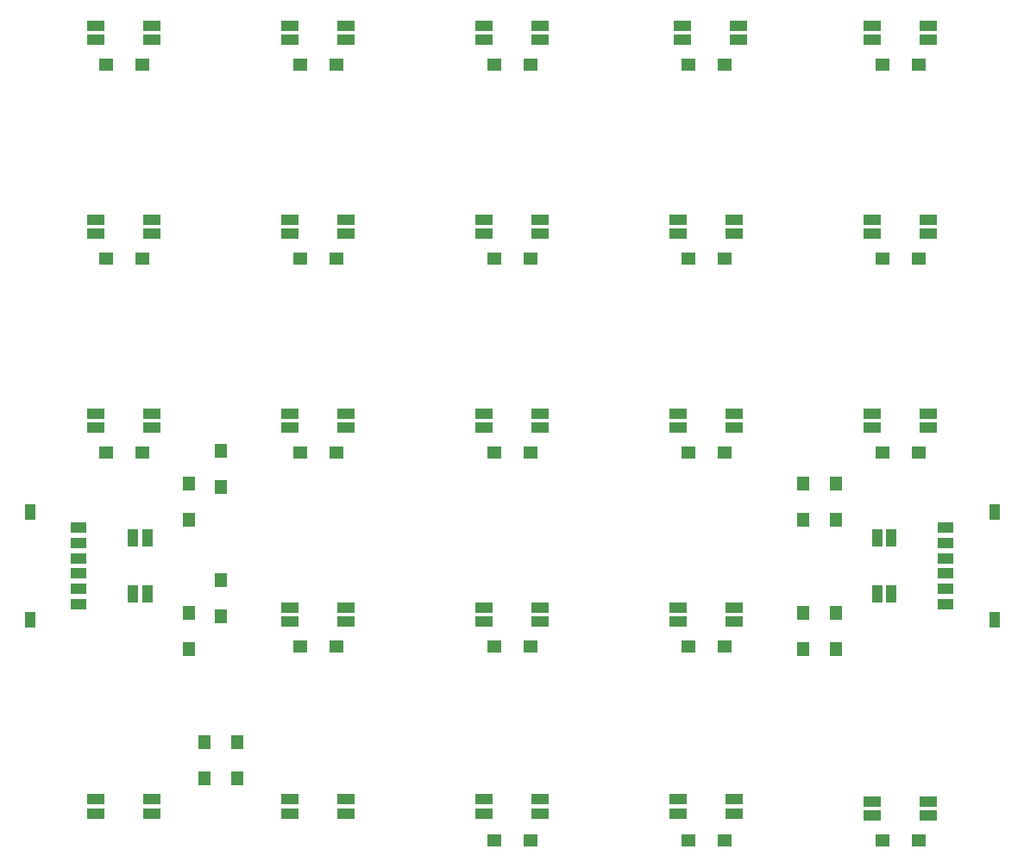
<source format=gbp>
G04 #@! TF.GenerationSoftware,KiCad,Pcbnew,(6.0.1)*
G04 #@! TF.CreationDate,2022-02-24T19:16:21+09:00*
G04 #@! TF.ProjectId,xipher_kbd_nohot,78697068-6572-45f6-9b62-645f6e6f686f,rev?*
G04 #@! TF.SameCoordinates,Original*
G04 #@! TF.FileFunction,Paste,Bot*
G04 #@! TF.FilePolarity,Positive*
%FSLAX46Y46*%
G04 Gerber Fmt 4.6, Leading zero omitted, Abs format (unit mm)*
G04 Created by KiCad (PCBNEW (6.0.1)) date 2022-02-24 19:16:21*
%MOMM*%
%LPD*%
G01*
G04 APERTURE LIST*
%ADD10R,1.300000X1.400000*%
%ADD11R,1.400000X1.300000*%
%ADD12R,1.700000X1.000000*%
%ADD13R,1.600000X1.000000*%
%ADD14R,1.100000X1.600000*%
%ADD15R,1.000000X1.700000*%
G04 APERTURE END LIST*
D10*
G04 #@! TO.C,D18*
X109537500Y-108137500D03*
X109537500Y-104587500D03*
G04 #@! TD*
D11*
G04 #@! TO.C,D2*
X60137500Y-50800000D03*
X63687500Y-50800000D03*
G04 #@! TD*
D12*
G04 #@! TO.C,LED1*
X40112500Y-46925000D03*
X40112500Y-48325000D03*
X45612500Y-48325000D03*
X45612500Y-46925000D03*
G04 #@! TD*
D10*
G04 #@! TO.C,D17*
X109537500Y-95437500D03*
X109537500Y-91887500D03*
G04 #@! TD*
D11*
G04 #@! TO.C,D29*
X79187500Y-127000000D03*
X82737500Y-127000000D03*
G04 #@! TD*
G04 #@! TO.C,D4*
X98237500Y-50800000D03*
X101787500Y-50800000D03*
G04 #@! TD*
D10*
G04 #@! TO.C,D19*
X49212500Y-95437500D03*
X49212500Y-91887500D03*
G04 #@! TD*
D11*
G04 #@! TO.C,D16*
X117287500Y-88900000D03*
X120837500Y-88900000D03*
G04 #@! TD*
D12*
G04 #@! TO.C,LED23*
X78212500Y-122925000D03*
X78212500Y-124325000D03*
X83712500Y-124325000D03*
X83712500Y-122925000D03*
G04 #@! TD*
D11*
G04 #@! TO.C,D31*
X117287500Y-127000000D03*
X120837500Y-127000000D03*
G04 #@! TD*
D12*
G04 #@! TO.C,LED3*
X78212500Y-46925000D03*
X78212500Y-48325000D03*
X83712500Y-48325000D03*
X83712500Y-46925000D03*
G04 #@! TD*
G04 #@! TO.C,LED12*
X59162500Y-85025000D03*
X59162500Y-86425000D03*
X64662500Y-86425000D03*
X64662500Y-85025000D03*
G04 #@! TD*
G04 #@! TO.C,LED11*
X40112500Y-85025000D03*
X40112500Y-86425000D03*
X45612500Y-86425000D03*
X45612500Y-85025000D03*
G04 #@! TD*
D11*
G04 #@! TO.C,D22*
X98237500Y-107950000D03*
X101787500Y-107950000D03*
G04 #@! TD*
G04 #@! TO.C,D1*
X41087500Y-50800000D03*
X44637500Y-50800000D03*
G04 #@! TD*
D13*
G04 #@! TO.C,S1*
X123487500Y-103762500D03*
X123487500Y-102262500D03*
X123487500Y-99262500D03*
X123487500Y-97762500D03*
D14*
X128287500Y-94712500D03*
D13*
X123487500Y-96262500D03*
D14*
X128287500Y-105312500D03*
D13*
X123487500Y-100762500D03*
G04 #@! TD*
D11*
G04 #@! TO.C,D3*
X79187500Y-50800000D03*
X82737500Y-50800000D03*
G04 #@! TD*
G04 #@! TO.C,D12*
X41087500Y-88900000D03*
X44637500Y-88900000D03*
G04 #@! TD*
D12*
G04 #@! TO.C,LED17*
X59162500Y-104075000D03*
X59162500Y-105475000D03*
X64662500Y-105475000D03*
X64662500Y-104075000D03*
G04 #@! TD*
D11*
G04 #@! TO.C,D14*
X79187500Y-88900000D03*
X82737500Y-88900000D03*
G04 #@! TD*
D12*
G04 #@! TO.C,LED22*
X59162500Y-122925000D03*
X59162500Y-124325000D03*
X64662500Y-124325000D03*
X64662500Y-122925000D03*
G04 #@! TD*
G04 #@! TO.C,LED8*
X78212500Y-65975000D03*
X78212500Y-67375000D03*
X83712500Y-67375000D03*
X83712500Y-65975000D03*
G04 #@! TD*
D10*
G04 #@! TO.C,D26*
X49212500Y-108137500D03*
X49212500Y-104587500D03*
G04 #@! TD*
D11*
G04 #@! TO.C,D8*
X79187500Y-69850000D03*
X82737500Y-69850000D03*
G04 #@! TD*
D13*
G04 #@! TO.C,S2*
X38437500Y-96262500D03*
X38437500Y-97762500D03*
X38437500Y-100762500D03*
X38437500Y-102262500D03*
D14*
X33637500Y-105312500D03*
D13*
X38437500Y-103762500D03*
D14*
X33637500Y-94712500D03*
D13*
X38437500Y-99262500D03*
G04 #@! TD*
D12*
G04 #@! TO.C,LED14*
X97262500Y-85025000D03*
X97262500Y-86425000D03*
X102762500Y-86425000D03*
X102762500Y-85025000D03*
G04 #@! TD*
D10*
G04 #@! TO.C,D23*
X112712500Y-95437500D03*
X112712500Y-91887500D03*
G04 #@! TD*
D12*
G04 #@! TO.C,LED15*
X116312500Y-85025000D03*
X116312500Y-86425000D03*
X121812500Y-86425000D03*
X121812500Y-85025000D03*
G04 #@! TD*
D15*
G04 #@! TO.C,LED16*
X43750000Y-102762500D03*
X45150000Y-102762500D03*
X45150000Y-97262500D03*
X43750000Y-97262500D03*
G04 #@! TD*
D11*
G04 #@! TO.C,D30*
X98237500Y-127000000D03*
X101787500Y-127000000D03*
G04 #@! TD*
G04 #@! TO.C,D9*
X98237500Y-69850000D03*
X101787500Y-69850000D03*
G04 #@! TD*
G04 #@! TO.C,D20*
X60137500Y-107950000D03*
X63687500Y-107950000D03*
G04 #@! TD*
D12*
G04 #@! TO.C,LED25*
X116312500Y-123125000D03*
X116312500Y-124525000D03*
X121812500Y-124525000D03*
X121812500Y-123125000D03*
G04 #@! TD*
G04 #@! TO.C,LED19*
X97262500Y-104075000D03*
X97262500Y-105475000D03*
X102762500Y-105475000D03*
X102762500Y-104075000D03*
G04 #@! TD*
G04 #@! TO.C,LED5*
X116312500Y-46925000D03*
X116312500Y-48325000D03*
X121812500Y-48325000D03*
X121812500Y-46925000D03*
G04 #@! TD*
G04 #@! TO.C,LED4*
X97631300Y-46925000D03*
X97631300Y-48325000D03*
X103131300Y-48325000D03*
X103131300Y-46925000D03*
G04 #@! TD*
G04 #@! TO.C,LED2*
X59162500Y-46925000D03*
X59162500Y-48325000D03*
X64662500Y-48325000D03*
X64662500Y-46925000D03*
G04 #@! TD*
D11*
G04 #@! TO.C,D13*
X60137500Y-88900000D03*
X63687500Y-88900000D03*
G04 #@! TD*
G04 #@! TO.C,D21*
X79187500Y-107950000D03*
X82737500Y-107950000D03*
G04 #@! TD*
D10*
G04 #@! TO.C,D27*
X50800000Y-120837500D03*
X50800000Y-117287500D03*
G04 #@! TD*
D11*
G04 #@! TO.C,D7*
X60137500Y-69850000D03*
X63687500Y-69850000D03*
G04 #@! TD*
D12*
G04 #@! TO.C,LED7*
X59162500Y-65975000D03*
X59162500Y-67375000D03*
X64662500Y-67375000D03*
X64662500Y-65975000D03*
G04 #@! TD*
D15*
G04 #@! TO.C,LED20*
X116775000Y-102762500D03*
X118175000Y-102762500D03*
X118175000Y-97262500D03*
X116775000Y-97262500D03*
G04 #@! TD*
D10*
G04 #@! TO.C,D28*
X53975000Y-120837500D03*
X53975000Y-117287500D03*
G04 #@! TD*
D11*
G04 #@! TO.C,D15*
X98237500Y-88900000D03*
X101787500Y-88900000D03*
G04 #@! TD*
D12*
G04 #@! TO.C,LED10*
X116312500Y-65975000D03*
X116312500Y-67375000D03*
X121812500Y-67375000D03*
X121812500Y-65975000D03*
G04 #@! TD*
D10*
G04 #@! TO.C,D11*
X112712500Y-108137500D03*
X112712500Y-104587500D03*
G04 #@! TD*
D11*
G04 #@! TO.C,D6*
X41087500Y-69850000D03*
X44637500Y-69850000D03*
G04 #@! TD*
G04 #@! TO.C,D10*
X117287500Y-69850000D03*
X120837500Y-69850000D03*
G04 #@! TD*
D12*
G04 #@! TO.C,LED6*
X40112500Y-65975000D03*
X40112500Y-67375000D03*
X45612500Y-67375000D03*
X45612500Y-65975000D03*
G04 #@! TD*
G04 #@! TO.C,LED21*
X40112500Y-122925000D03*
X40112500Y-124325000D03*
X45612500Y-124325000D03*
X45612500Y-122925000D03*
G04 #@! TD*
G04 #@! TO.C,LED13*
X78212500Y-85025000D03*
X78212500Y-86425000D03*
X83712500Y-86425000D03*
X83712500Y-85025000D03*
G04 #@! TD*
G04 #@! TO.C,LED9*
X97262500Y-65975000D03*
X97262500Y-67375000D03*
X102762500Y-67375000D03*
X102762500Y-65975000D03*
G04 #@! TD*
G04 #@! TO.C,LED18*
X78212500Y-104075000D03*
X78212500Y-105475000D03*
X83712500Y-105475000D03*
X83712500Y-104075000D03*
G04 #@! TD*
G04 #@! TO.C,LED24*
X97262500Y-122925000D03*
X97262500Y-124325000D03*
X102762500Y-124325000D03*
X102762500Y-122925000D03*
G04 #@! TD*
D10*
G04 #@! TO.C,D24*
X52387500Y-104962500D03*
X52387500Y-101412500D03*
G04 #@! TD*
G04 #@! TO.C,D25*
X52387500Y-92262500D03*
X52387500Y-88712500D03*
G04 #@! TD*
D11*
G04 #@! TO.C,D5*
X117287500Y-50800000D03*
X120837500Y-50800000D03*
G04 #@! TD*
M02*

</source>
